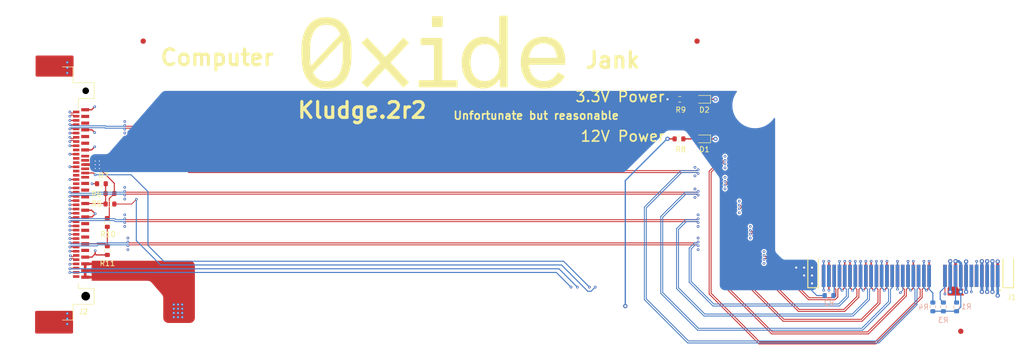
<source format=kicad_pcb>
(kicad_pcb (version 20211014) (generator pcbnew)
  (layers (0 "F.Cu" signal) (1 "In1.Cu" signal) (2 "In2.Cu" signal) (3 "In3.Cu" signal) (4 "In4.Cu" signal) (31 "B.Cu" signal) (34 "B.Paste" user) (35 "F.Paste" user) (36 "B.SilkS" user "B.Silkscreen") (37 "F.SilkS" user "F.Silkscreen") (38 "B.Mask" user) (39 "F.Mask" user) (44 "Edge.Cuts" user))
  (net 0 "")
  (net 1 "+3.3V")
  (net 2 "/PERST_L")
  (net 3 "GND")
  (net 4 "/REFCLK_P")
  (net 5 "/REFCLK_N")
  (net 6 "/PER0_P")
  (net 7 "/PER0_N")
  (net 8 "/PER1_P")
  (net 9 "/PER1_N")
  (net 10 "/PER2_P")
  (net 11 "/PER2_N")
  (net 12 "/PER3_P")
  (net 13 "/PER3_N")
  (net 16 "Net-(J1-PadB09)")
  (net 17 "/PET0_P")
  (net 18 "/PET0_N")
  (net 19 "Net-(J1-PadB11)")
  (net 20 "/PET1_P")
  (net 21 "/PET1_N")
  (net 22 "/PET2_P")
  (net 23 "/PET2_N")
  (net 24 "/PET3_P")
  (net 25 "/PET3_N")
  (net 26 "+12V")
  (net 27 "Net-(J1-PadB12)")
  (net 28 "Net-(J1-PadB17)")
  (net 38 "/SMBCLK")
  (net 40 "/SMBDAT")
  (net 41 "Net-(J1-PadB30)")
  (net 59 "Net-(J2-PadP4)")
  (net 60 "Net-(D1-Pad2)")
  (net 61 "Net-(D2-Pad2)")
  (net 62 "Net-(J2-PadP10)")
  (footprint "Resistor_SMD:R_0603_1608Metric" (layer "F.Cu") (at 107.075 202.029 180)
    (fp_text reference "R7")
    (fp_text value "DNI" hide)
  )
  (footprint "LOGO" (layer "F.Cu") (at 170 177.1)
    (fp_text reference "G***" hide)
    (fp_text value "LOGO" hide)
  )
  (footprint "Fiducial:Fiducial_1mm_Mask3mm" (layer "F.Cu") (at 115 175)
    (fp_text reference "REF**" hide)
    (fp_text value "Fiducial_1mm_Mask3mm" hide)
  )
  (footprint "Resistor_SMD:R_0603_1608Metric" (layer "F.Cu") (at 108.7 203.879 180)
    (fp_text reference "R6")
    (fp_text value "DNI" hide)
  )
  (footprint "LED_SMD:LED_0603_1608Metric" (layer "F.Cu") (at 221.0875 193.529 180)
    (fp_text reference "D1")
    (fp_text value "LED" hide)
  )
  (footprint "MountingHole:MountingHole_3.2mm_M3" (layer "F.Cu") (at 276 228)
    (fp_text reference "REF**" hide)
    (fp_text value "MountingHole_3.2mm_M3" hide)
  )
  (footprint "MountingHole:MountingHole_3.2mm_M3" (layer "F.Cu") (at 114 225)
    (fp_text reference "REF**" hide)
    (fp_text value "MountingHole_3.2mm_M3" hide)
  )
  (footprint "LED_SMD:LED_0603_1608Metric" (layer "F.Cu") (at 221.0875 186.029 180)
    (fp_text reference "D2")
    (fp_text value "LED" hide)
  )
  (footprint "Resistor_SMD:R_0603_1608Metric" (layer "F.Cu") (at 216.575 193.529)
    (fp_text reference "R8")
    (fp_text value "5k" hide)
  )
  (footprint "U2:SAMTEC_PCIE-064-02-X-D-EMS2-BG" (layer "F.Cu") (at 260.5 216 180)
    (fp_text reference "J1")
    (fp_text value "PCIE_x4_PCIE-064-02-S-D-RA")
    (fp_line (start -4.2 0) (end 19.51 0) (layer "Edge.Cuts") (width 0.01))
    (fp_line (start -5.8 0) (end -5.8 -5) (layer "Edge.Cuts") (width 0.01))
    (fp_line (start -5.8 0) (end -19.5 0) (layer "Edge.Cuts") (width 0.01))
    (fp_line (start -4.2 -5) (end -4.2 0) (layer "Edge.Cuts") (width 0.01))
    (fp_arc (start -5 -5.8) (mid -4.434315 -5.565685) (end -4.2 -5) (layer "Edge.Cuts") (width 0.01))
    (fp_arc (start -5.8 -5) (mid -5.565685 -5.565685) (end -5 -5.8) (layer "Edge.Cuts") (width 0.01))
  )
  (footprint "Resistor_SMD:R_0603_1608Metric" (layer "F.Cu") (at 216.7125 186.029)
    (fp_text reference "R9")
    (fp_text value "1.4k" hide)
  )
  (footprint "Fiducial:Fiducial_1mm_Mask3mm" (layer "F.Cu") (at 270 230)
    (fp_text reference "REF**" hide)
    (fp_text value "Fiducial_1mm_Mask3mm" hide)
  )
  (footprint "Resistor_SMD:R_0603_1608Metric" (layer "F.Cu") (at 108.2 209.379 -90)
    (fp_text reference "R10")
    (fp_text value "DNI" hide)
  )
  (footprint "MountingHole:MountingHole_3.2mm_M3" (layer "F.Cu") (at 104 173.2)
    (fp_text reference "REF**" hide)
    (fp_text value "MountingHole_3.2mm_M3" hide)
  )
  (footprint "MountingHole:MountingHole_3.2mm_M3" (layer "F.Cu") (at 231 173.2)
    (fp_text reference "REF**" hide)
    (fp_text value "MountingHole_3.2mm_M3" hide)
  )
  (footprint "Resistor_SMD:R_0603_1608Metric" (layer "F.Cu") (at 108.2 214.704 -90)
    (fp_text reference "R11")
    (fp_text value "DNI")
  )
  (footprint "Fiducial:Fiducial_1mm_Mask3mm" (layer "F.Cu") (at 220 175)
    (fp_text reference "REF**" hide)
    (fp_text value "Fiducial_1mm_Mask3mm" hide)
  )
  (footprint "MountingHole:MountingHole_3.2mm_M3" (layer "F.Cu") (at 231 187.2)
    (fp_text reference "REF**" hide)
    (fp_text value "MountingHole_3.2mm_M3" hide)
  )
  (footprint "Resistor_SMD:R_0603_1608Metric" (layer "F.Cu") (at 108.7 205.879 180)
    (fp_text reference "R5")
    (fp_text value "0R" hide)
  )
  (footprint "U2:PSAS4M2130021TR" (layer "F.Cu") (at 101.7 203.879 90)
    (fp_text reference "J2")
    (fp_text value "PSAS4M2130021TR")
  )
  (footprint "Resistor_SMD:R_0603_1608Metric" (layer "B.Cu") (at 266.7 225.379 90)
    (fp_text reference "R3")
    (fp_text value "DNI")
  )
  (footprint "Resistor_SMD:R_0603_1608Metric" (layer "B.Cu") (at 269.2 225.379 90)
    (fp_text reference "R1")
    (fp_text value "DNI")
  )
  (footprint "Resistor_SMD:R_0603_1608Metric" (layer "B.Cu") (at 245.025 223.229)
    (fp_text reference "R2")
    (fp_text value "DNI")
  )
  (footprint "Resistor_SMD:R_0603_1608Metric" (layer "B.Cu") (at 264.7 225.379 90)
    (fp_text reference "R4")
    (fp_text value "DNI")
  )
  (gr_line locked (start 101.3 186.479) (end 101.3 182.529) (layer "Edge.Cuts") (width 0.001))
  (gr_line locked (start 100.9 182.129) (end 94.4 182.129) (layer "Edge.Cuts") (width 0.001))
  (gr_arc locked (start 101.3 225.229) (mid 101.182837 225.511837) (end 100.9 225.629) (layer "Edge.Cuts") (width 0.001))
  (gr_line locked (start 100.7 186.879) (end 100.9 186.879) (layer "Edge.Cuts") (width 0.001))
  (gr_line locked (start 280 216) (end 281.6 216) (layer "Edge.Cuts") (width 0.001))
  (gr_line locked (start 98.4 167.2) (end 236.6 167.2) (layer "Edge.Cuts") (width 0.001))
  (gr_arc locked (start 94 226.029) (mid 94.117151 225.746151) (end 94.4 225.629) (layer "Edge.Cuts") (width 0.001))
  (gr_line locked (start 214 233.6) (end 214 233) (layer "Edge.Cuts") (width 0.001))
  (gr_arc locked (start 94.4 182.129) (mid 94.117154 182.011846) (end 94 181.729) (layer "Edge.Cuts") (width 0.001))
  (gr_arc locked (start 100.9 220.879) (mid 101.182839 220.996161) (end 101.3 221.279) (layer "Edge.Cuts") (width 0.001))
  (gr_arc locked (start 236.6 167.2) (mid 236.882839 167.317161) (end 237 167.6) (layer "Edge.Cuts") (width 0.001))
  (gr_arc locked (start 100.7 220.879) (mid 100.417154 220.761846) (end 100.3 220.479) (layer "Edge.Cuts") (width 0.001))
  (gr_line locked (start 281.6 234) (end 214.4 234) (layer "Edge.Cuts") (width 0.001))
  (gr_arc locked (start 101.3 186.479) (mid 101.182837 186.761837) (end 100.9 186.879) (layer "Edge.Cuts") (width 0.001))
  (gr_line locked (start 100.9 220.879) (end 100.7 220.879) (layer "Edge.Cuts") (width 0.001))
  (gr_line locked (start 98 167.6) (end 98 176.729) (layer "Edge.Cuts") (width 0.001))
  (gr_arc locked (start 100.9 182.129) (mid 101.182839 182.246161) (end 101.3 182.529) (layer "Edge.Cuts") (width 0.001))
  (gr_arc locked (start 94 177.529) (mid 94.117151 177.246151) (end 94.4 177.129) (layer "Edge.Cuts") (width 0.001))
  (gr_line locked (start 212 231) (end 94.4 231) (layer "Edge.Cuts") (width 0.001))
  (gr_arc locked (start 282 233.6) (mid 281.882837 233.882837) (end 281.6 234) (layer "Edge.Cuts") (width 0.001))
  (gr_arc locked (start 94.4 231) (mid 94.117154 230.882846) (end 94 230.6) (layer "Edge.Cuts") (width 0.001))
  (gr_line locked (start 97.6 177.129) (end 94.4 177.129) (layer "Edge.Cuts") (width 0.001))
  (gr_arc locked (start 212 231) (mid 213.41421 231.58579) (end 214 233) (layer "Edge.Cuts") (width 0.001))
  (gr_line locked (start 94 181.729) (end 94 177.529) (layer "Edge.Cuts") (width 0.001))
  (gr_arc locked (start 214.4 234) (mid 214.117154 233.882846) (end 214 233.6) (layer "Edge.Cuts") (width 0.001))
  (gr_arc locked (start 98 167.6) (mid 98.117151 167.317151) (end 98.4 167.2) (layer "Edge.Cuts") (width 0.001))
  (gr_line locked (start 237 167.6) (end 237 213) (layer "Edge.Cuts") (width 0.001))
  (gr_arc locked (start 240 216) (mid 237.878676 215.121324) (end 237 213) (layer "Edge.Cuts") (width 0.001))
  (gr_line locked (start 282 216.4) (end 282 233.6) (layer "Edge.Cuts") (width 0.001))
  (gr_arc locked (start 98 176.729) (mid 97.882837 177.011837) (end 97.6 177.129) (layer "Edge.Cuts") (width 0.001))
  (gr_arc locked (start 281.6 216) (mid 281.882839 216.117161) (end 282 216.4) (layer "Edge.Cuts") (width 0.001))
  (gr_line locked (start 101.3 225.229) (end 101.3 221.279) (layer "Edge.Cuts") (width 0.001))
  (gr_arc locked (start 100.3 187.279) (mid 100.417151 186.996151) (end 100.7 186.879) (layer "Edge.Cuts") (width 0.001))
  (gr_line locked (start 94 230.6) (end 94 226.029) (layer "Edge.Cuts") (width 0.001))
  (gr_line locked (start 94.4 225.629) (end 100.9 225.629) (layer "Edge.Cuts") (width 0.001))
  (gr_line locked (start 100.3 220.479) (end 100.3 187.279) (layer "Edge.Cuts") (width 0.001))
  (gr_line locked (start 240.99 216) (end 240 216) (layer "Edge.Cuts") (width 0.001))
  (gr_text "Unfortunate but reasonable" (at 189.5 189.1) (layer "F.SilkS") (effects (font (size 1.5 1.5) (thickness 0.3))))
  (gr_text "Jank" (at 204 178.6) (layer "F.SilkS") (effects (font (size 3 3) (thickness 0.6))))
  (gr_text "3.3V Power" (at 205.4 185.529) (layer "F.SilkS") (effects (font (size 2 2) (thickness 0.3))))
  (gr_text "Computer" (at 129 178.1) (layer "F.SilkS") (effects (font (size 3 3) (thickness 0.6))))
  (gr_text "Kludge.2r2" (at 156.5 188.1) (layer "F.SilkS") (effects (font (size 3 3) (thickness 0.6))))
  (gr_text "12V Power" (at 205.9 193.029) (layer "F.SilkS") (effects (font (size 2 2) (thickness 0.3))))
  (segment (start 215.8875 186.029) (end 214.4 186.029) (width 0.24) (layer "F.Cu") (net 1))
  (segment (start 268 219.479) (end 268 216.729) (width 0.5) (layer "F.Cu") (net 1))
  (segment (start 108.575 208.179) (end 108.2 208.554) (width 0.2) (layer "F.Cu") (net 1))
  (segment (start 109.525 201.954) (end 109.525 203.879) (width 0.2) (layer "F.Cu") (net 1))
  (segment (start 106.7 199.129) (end 109.525 201.954) (width 0.2) (layer "F.Cu") (net 1))
  (segment (start 269 216.729) (end 269 219.479) (width 0.5) (layer "F.Cu") (net 1))
  (segment (start 108.575 204.829) (end 108.575 208.179) (width 0.2) (layer "F.Cu") (net 1))
  (segment (start 109.525 203.879) (end 108.575 204.829) (width 0.2) (layer "F.Cu") (net 1))
  (via (at 240.3 219.429) (size 0.8) (drill 0.4) (layers "F.Cu" "B.Cu") (net 1))
  (via (at 268 222.529) (size 0.8) (drill 0.4) (layers "F.Cu" "B.Cu") (net 1))
  (via (at 238.8 217.929) (size 0.8) (drill 0.4) (layers "F.Cu" "B.Cu") (net 1))
  (via (at 268 216.729) (size 0.8) (drill 0.4) (layers "F.Cu" "B.Cu") (net 1))
  (via (at 240.3 217.929) (size 0.8) (drill 0.4) (layers "F.Cu" "B.Cu") (net 1))
  (via (at 106.7 198.429) (size 0.5) (drill 0.2) (layers "F.Cu" "B.Cu") (net 1))
  (via (at 241.8 219.429) (size 0.8) (drill 0.4) (layers "F.Cu" "B.Cu") (net 1))
  (via (at 269 216.729) (size 0.8) (drill 0.4) (layers "F.Cu" "B.Cu") (net 1))
  (via (at 106.7 199.129) (size 0.5) (drill 0.2) (layers "F.Cu" "B.Cu") (net 1))
  (via (at 106.7 197.729) (size 0.5) (drill 0.2) (layers "F.Cu" "B.Cu") (net 1))
  (via (at 241.8 220.929) (size 0.8) (drill 0.4) (layers "F.Cu" "B.Cu") (net 1))
  (via (at 241.8 217.929) (size 0.8) (drill 0.4) (layers "F.Cu" "B.Cu") (net 1))
  (via (at 105.9 199.129) (size 0.5) (drill 0.2) (layers "F.Cu" "B.Cu") (net 1))
  (via (at 105.9 198.429) (size 0.5) (drill 0.2) (layers "F.Cu" "B.Cu") (net 1))
  (via (at 214.4 186.029) (size 0.8) (drill 0.4) (layers "F.Cu" "B.Cu") (net 1))
  (via (at 270 222.529) (size 0.8) (drill 0.4) (layers "F.Cu" "B.Cu") (net 1))
  (via (at 105.9 197.729) (size 0.5) (drill 0.2) (layers "F.Cu" "B.Cu") (net 1))
  (segment (start 244.2 223.229) (end 242.7 223.229) (width 0.2) (layer "B.Cu") (net 1))
  (segment (start 266.7 226.204) (end 269.2 226.204) (width 0.2) (layer "B.Cu") (net 1))
  (segment (start 268 219.479) (end 268 222.529) (width 0.5) (layer "B.Cu") (net 1))
  (segment (start 269.2 226.204) (end 270 225.404) (width 0.2) (layer "B.Cu") (net 1))
  (segment (start 268 216.729) (end 268 219.479) (width 0.5) (layer "B.Cu") (net 1))
  (segment (start 269.6 216.729) (end 269 216.729) (width 0.5) (layer "B.Cu") (net 1))
  (segment (start 241.8 220.929) (end 241.8 222.329) (width 0.2) (layer "B.Cu") (net 1))
  (segment (start 241.8 222.329) (end 242.7 223.229) (width 0.2) (layer "B.Cu") (net 1))
  (segment (start 270 217.129) (end 269.6 216.729) (width 0.5) (layer "B.Cu") (net 1))
  (segment (start 270 219.479) (end 270 222.529) (width 0.5) (layer "B.Cu") (net 1))
  (segment (start 270 219.479) (end 270 217.129) (width 0.5) (layer "B.Cu") (net 1))
  (segment (start 264.7 226.204) (end 266.7 226.204) (width 0.2) (layer "B.Cu") (net 1))
  (segment (start 270 225.404) (end 270 222.529) (width 0.2) (layer "B.Cu") (net 1))
  (segment (start 267 219.479) (end 267 222.929002) (width 0.15) (layer "F.Cu") (net 2))
  (segment (start 105.57 199.999) (end 104 199.999) (width 0.2) (layer "F.Cu") (net 2))
  (segment (start 105.9 200.329) (end 105.57 199.999) (width 0.2) (layer "F.Cu") (net 2))
  (via (at 199.6 221.629) (size 0.5) (drill 0.2) (layers "F.Cu" "B.Cu") (net 2))
  (via (at 105.9 200.329) (size 0.5) (drill 0.2) (layers "F.Cu" "B.Cu") (net 2))
  (via (at 267 222.929002) (size 0.5) (drill 0.2) (layers "F.Cu" "B.Cu") (net 2))
  (segment (start 199.6 221.629) (end 194.7 216.729) (width 0.2) (layer "B.Cu") (net 2))
  (segment (start 194.7 216.729) (end 118.9 216.729) (width 0.2) (layer "B.Cu") (net 2))
  (segment (start 118.9 216.729) (end 115.9 213.729) (width 0.2) (layer "B.Cu") (net 2))
  (segment (start 115.9 203.529) (end 112.7 200.329) (width 0.2) (layer "B.Cu") (net 2))
  (segment (start 112.7 200.329) (end 105.9 200.329) (width 0.2) (layer "B.Cu") (net 2))
  (segment (start 115.9 213.729) (end 115.9 203.529) (width 0.2) (layer "B.Cu") (net 2))
  (segment (start 106.25 202.029) (end 105.3 202.029) (width 0.2) (layer "F.Cu") (net 3))
  (segment (start 261 221.819) (end 260.59 222.229) (width 0.24) (layer "F.Cu") (net 3))
  (segment (start 261 219.479) (end 261 216.729) (width 0.24) (layer "F.Cu") (net 3))
  (segment (start 256 219.479) (end 256 221.729) (width 0.24) (layer "F.Cu") (net 3))
  (segment (start 104 207.054) (end 105.225 207.054) (width 0.24) (layer "F.Cu") (net 3))
  (segment (start 256 219.479) (end 256 216.729) (width 0.24) (layer "F.Cu") (net 3))
  (segment (start 249 219.479) (end 249 221.729) (width 0.24) (layer "F.Cu") (net 3))
  (segment (start 256 221.729) (end 255.5 222.229) (width 0.24) (layer "F.Cu") (net 3))
  (segment (start 105.285 191.814) (end 105.8 192.329) (width 0.24) (layer "F.Cu") (net 3))
  (segment (start 102.3 201.229) (end 101.1 201.229) (width 0.25) (layer "F.Cu") (net 3))
  (segment (start 248 219.479) (end 248 216.729) (width 0.24) (layer "F.Cu") (net 3))
  (segment (start 102.3 198.829) (end 101.1 198.829) (width 0.25) (layer "F.Cu") (net 3))
  (segment (start 102.3 202.829) (end 101.1 202.829) (width 0.25) (layer "F.Cu") (net 3))
  (segment (start 258 219.479) (end 258 222.029) (width 0.24) (layer "F.Cu") (net 3))
  (segment (start 105.205 195.624) (end 105.8 195.029) (width 0.24) (layer "F.Cu") (net 3))
  (segment (start 105.305 208.324) (end 105.9 207.729) (width 0.24) (layer "F.Cu") (net 3))
  (segment (start 264 221.717548) (end 263.485685 222.231863) (width 0.24) (layer "F.Cu") (net 3))
  (segment (start 258 219.479) (end 258 216.729) (width 0.24) (layer "F.Cu") (net 3))
  (segment (start 264 219.479) (end 264 216.729) (width 0.24) (layer "F.Cu") (net 3))
  (segment (start 102.3 194.829) (end 101.1 194.829) (width 0.25) (layer "F.Cu") (net 3))
  (segment (start 101.171 217.229) (end 101.1 217.3) (width 0.124) (layer "F.Cu") (net 3))
  (segment (start 221.875 186.029) (end 223.5 186.029) (width 0.24) (layer "F.Cu") (net 3))
  (segment (start 102.3 205.229) (end 101.1 205.229) (width 0.25) (layer "F.Cu") (net 3))
  (segment (start 252 221.729) (end 251.5 222.229) (width 0.24) (layer "F.Cu") (net 3))
  (segment (start 105.225 188.004) (end 105.8 187.429) (width 0.24) (layer "F.Cu") (net 3))
  (segment (start 104 215.944) (end 105.285 215.944) (width 0.24) (layer "F.Cu") (net 3))
  (segment (start 105.9 215.329) (end 105.9 214.729) (width 0.24) (layer "F.Cu") (net 3))
  (segment (start 105.285 215.944) (end 105.9 215.329) (width 0.24) (layer "F.Cu") (net 3))
  (segment (start 104 208.324) (end 105.305 208.324) (width 0.24) (layer "F.Cu") (net 3))
  (segment (start 108.2 215.529) (end 106.1 215.529) (width 0.24) (layer "F.Cu") (net 3))
  (segment (start 104 191.814) (end 105.285 191.814) (width 0.24) (layer "F.Cu") (net 3))
  (segment (start 249 219.479) (end 249 216.729) (width 0.24) (layer "F.Cu") (net 3))
  (segment (start 245 219.479) (end 245 222.229) (width 0.24) (layer "F.Cu") (net 3))
  (segment (start 277 219.479) (end 277 216.779498) (width 0.5) (layer "F.Cu") (net 3))
  (segment (start 253 219.479) (end 253 221.729) (width 0.24) (layer "F.Cu") (net 3))
  (segment (start 102.3 217.229) (end 101.171 217.229) (width 0.124) (layer "F.Cu") (net 3))
  (segment (start 102.3 212.429) (end 101.1 212.429) (width 0.25) (layer "F.Cu") (net 3))
  (segment (start 104 195.624) (end 105.205 195.624) (width 0.24) (layer "F.Cu") (net 3))
  (segment (start 249 221.729) (end 249.5 222.229) (width 0.24) (layer "F.Cu") (net 3))
  (segment (start 274 219.479) (end 274 216.729) (width 0.5) (layer "F.Cu") (net 3))
  (segment (start 245 219.479) (end 245 216.729) (width 0.24) (layer "F.Cu") (net 3))
  (segment (start 260.59 222.229) (end 260.5 222.229) (width 0.24) (layer "F.Cu") (net 3))
  (segment (start 102.3 214.829) (end 101.1 214.829) (width 0.25) (layer "F.Cu") (net 3))
  (segment (start 248 221.729) (end 247.5 222.229) (width 0.24) (layer "F.Cu") (net 3))
  (segment (start 102.3 190.029) (end 101.1 190.029) (width 0.25) (layer "F.Cu") (net 3))
  (segment (start 221.875 193.529) (end 223.5 193.529) (width 0.24) (layer "F.Cu") (net 3))
  (segment (start 274 219.479) (end 274 222.529) (width 0.5) (layer "F.Cu") (net 3))
  (segment (start 102.3 192.429) (end 101.1 192.429) (width 0.25) (layer "F.Cu") (net 3))
  (segment (start 106.1 215.529) (end 105.9 215.329) (width 0.24) (layer "F.Cu") (net 3))
  (segment (start 253 221.729) (end 253.5 222.229) (width 0.24) (layer "F.Cu") (net 3))
  (segment (start 248 219.479) (end 248 221.729) (width 0.24) (layer "F.Cu") (net 3))
  (segment (start 102.3 196.429) (end 101.1 196.429) (width 0.25) (layer "F.Cu") (net 3))
  (segment (start 105.225 207.054) (end 105.9 207.729) (width 0.24) (layer "F.Cu") (net 3))
  (segment (start 252 219.479) (end 252 221.729) (width 0.24) (layer "F.Cu") (net 3))
  (segment (start 253 219.479) (end 253 216.729) (width 0.24) (layer "F.Cu") (net 3))
  (segment (start 102.3 207.629) (end 101.1 207.629) (width 0.25) (layer "F.Cu") (net 3))
  (segment (start 252 219.479) (end 252 216.729) (width 0.24) (layer "F.Cu") (net 3))
  (segment (start 261 219.479) (end 261 221.819) (width 0.24) (layer "F.Cu") (net 3))
  (segment (start 104 188.004) (end 105.225 188.004) (width 0.24) (layer "F.Cu") (net 3))
  (segment (start 102.3 210.029) (end 101.1 210.029) (width 0.25) (layer "F.Cu") (net 3))
  (segment (start 264 219.479) (end 264 221.717548) (width 0.24) (layer "F.Cu") (net 3))
  (via (at 244 222.229) (size 0.5) (drill 0.2) (layers "F.Cu" "B.Cu") (net 3))
  (via (at 112.1 212.329) (size 0.5) (drill 0.2) (layers "F.Cu" "B.Cu") (net 3))
  (via (at 101.1 192.429) (size 0.5) (drill 0.2) (layers "F.Cu" "B.Cu") (net 3))
  (via (at 220.2 212.329) (size 0.5) (drill 0.2) (layers "F.Cu" "B.Cu") (net 3))
  (via (at 100.6 226.629) (size 0.5) (drill 0.2) (layers "F.Cu" "B.Cu") (net 3))
  (via (at 264 216.729) (size 0.5) (drill 0.2) (layers "F.Cu" "B.Cu") (net 3))
  (via (at 254 216.729) (size 0.5) (drill 0.2) (layers "F.Cu" "B.Cu") (net 3))
  (via (at 258 216.729) (size 0.5) (drill 0.2) (layers "F.Cu" "B.Cu") (net 3))
  (via (at 111.5 210.129) (size 0.5) (drill 0.2) (layers "F.Cu" "B.Cu") (net 3))
  (via (at 101.1 202.829) (size 0.5) (drill 0.2) (layers "F.Cu" "B.Cu") (net 3))
  (via (at 101.1 207.629) (size 0.5) (drill 0.2) (layers "F.Cu" "B.Cu") (net 3))
  (via (at 263 216.729) (size 0.5) (drill 0.2) (layers "F.Cu" "B.Cu") (net 3))
  (via (at 105.9 214.729) (size 0.5) (drill 0.2) (layers "F.Cu" "B.Cu") (net 3))
  (via (at 250 216.729) (size 0.5) (drill 0.2) (layers "F.Cu" "B.Cu") (net 3))
  (via (at 249.5 222.229) (size 0.5) (drill 0.2) (layers "F.Cu" "B.Cu") (net 3))
  (via (at 225.3 200.829) (size 0.5) (drill 0.2) (layers "F.Cu" "B.Cu") (net 3))
  (via (at 100.6 181.029) (size 0.5) (drill 0.2) (layers "F.Cu" "B.Cu") (net 3))
  (via (at 258 222.029) (size 0.5) (drill 0.2) (layers "F.Cu" "B.Cu") (net 3))
  (via (at 261 216.729) (size 0.5) (drill 0.2) (layers "F.Cu" "B.Cu") (net 3))
  (via (at 228 205.329) (size 0.5) (drill 0.2) (layers "F.Cu" "B.Cu") (net 3))
  (via (at 251.5 222.229) (size 0.5) (drill 0.2) (layers "F.Cu" "B.Cu") (net 3))
  (via (at 101.1 196.429) (size 0.5) (drill 0.2) (layers "F.Cu" "B.Cu") (net 3))
  (via (at 271 222.529) (size 0.8) (drill 0.4) (layers "F.Cu" "B.Cu") (net 3))
  (via (at 111.5 204.929) (size 0.5) (drill 0.2) (layers "F.Cu" "B.Cu") (net 3))
  (via (at 105.9 207.729) (size 0.5) (drill 0.2) (layers "F.Cu" "B.Cu") (net 3))
  (via (at 251 216.729) (size 0.5) (drill 0.2) (layers "F.Cu" "B.Cu") (net 3))
  (via (at 111.5 207.929) (size 0.5) (drill 0.2) (layers "F.Cu" "B.Cu") (net 3))
  (via (at 232.69979 214.916174) (size 0.5) (drill 0.2) (layers "F.Cu" "B.Cu") (net 3))
  (via (at 101.1 217.3) (size 0.5) (drill 0.2) (layers "F.Cu" "B.Cu") (net 3))
  (via (at 255 216.729) (size 0.5) (drill 0.2) (layers "F.Cu" "B.Cu") (net 3))
  (via (at 101.1 212.429) (size 0.5) (drill 0.2) (layers "F.Cu" "B.Cu") (net 3))
  (via (at 101.1 190.029) (size 0.5) (drill 0.2) (layers "F.Cu" "B.Cu") (net 3))
  (via (at 256 216.729) (size 0.5) (drill 0.2) (layers "F.Cu" "B.Cu") (net 3))
  (via (at 232.7 217.129) (size 0.5) (drill 0.2) (layers "F.Cu" "B.Cu") (net 3))
  (via (at 105.8 195.029) (size 0.5) (drill 0.2) (layers "F.Cu" "B.Cu") (net 3))
  (via (at 255.5 222.229) (size 0.5) (drill 0.2) (layers "F.Cu" "B.Cu") (net 3))
  (via (at 260.5 222.229) (size 0.5) (drill 0.2) (layers "F.Cu" "B.Cu") (net 3))
  (via (at 101.1 198.829) (size 0.5) (drill 0.2) (layers "F.Cu" "B.Cu") (net 3))
  (via (at 112.1 214.529) (size 0.5) (drill 0.2) (layers "F.Cu" "B.Cu") (net 3))
  (via (at 101.1 194.829) (size 0.5) (drill 0.2) (layers "F.Cu" "B.Cu") (net 3))
  (via (at 260 216.729) (size 0.5) (drill 0.2) (layers "F.Cu" "B.Cu") (net 3))
  (via (at 219.6 198.929) (size 0.5) (drill 0.2) (layers "F.Cu" "B.Cu") (net 3))
  (via (at 111.5 192.429) (size 0.5) (drill 0.2) (layers "F.Cu" "B.Cu") (net 3))
  (via (at 230.1 210.129) (size 0.5) (drill 0.2) (layers "F.Cu" "B.Cu") (net 3))
  (via (at 220.2 210.129) (size 0.5) (drill 0.2) (layers "F.Cu" "B.Cu") (net 3))
  (via (at 100.6 227.629) (size 0.5) (drill 0.2) (layers "F.Cu" "B.Cu") (net 3))
  (via (at 230.1 212.329) (size 0.5) (drill 0.2) (layers "F.Cu" "B.Cu") (net 3))
  (via (at 220.2 207.929) (size 0.5) (drill 0.2) (layers "F.Cu" "B.Cu") (net 3))
  (via (at 247 216.729) (size 0.5) (drill 0.2) (layers "F.Cu" "B.Cu") (net 3))
  (via (at 263.485685 222.231863) (size 0.5) (drill 0.2) (layers "F.Cu" "B.Cu") (net 3))
  (via (at 219.6 203.029) (size 0.5) (drill 0.2) (layers "F.Cu" "B.Cu") (net 3))
  (via (at 100.6 179.029) (size 0.5) (drill 0.2) (layers "F.Cu" "B.Cu") (net 3))
  (via (at 253 216.729) (size 0.5) (drill 0.2) (layers "F.Cu" "B.Cu") (net 3))
  (via (at 274 216.729) (size 0.8) (drill 0.4) (layers "F.Cu" "B.Cu") (net 3))
  (via (at 100.6 228.629) (size 0.5) (drill 0.2) (layers "F.Cu" "B.Cu") (net 3))
  (via (at 105.8 187.429) (size 0.5) (drill 0.2) (layers "F.Cu" "B.Cu") (net 3))
  (via (at 219.6 204.629) (size 0.5) (drill 0.2) (layers "F.Cu" "B.Cu") (net 3))
  (via (at 223.5 193.529) (size 0.8) (drill 0.4) (layers "F.Cu" "B.Cu") (net 3))
  (via (at 244 216.729) (size 0.5) (drill 0.2) (layers "F.Cu" "B.Cu") (net 3))
  (via (at 223.5 186.029) (size 0.8) (drill 0.4) (layers "F.Cu" "B.Cu") (net 3))
  (via (at 101.1 214.829) (size 0.5) (drill 0.2) (layers "F.Cu" "B.Cu") (net 3))
  (via (at 111.5 202.729) (size 0.5) (drill 0.2) (layers "F.Cu" "B.Cu") (net 3))
  (via (at 100.6 180.029) (size 0.5) (drill 0.2) (layers "F.Cu" "B.Cu") (net 3))
  (via (at 247.5 222.229) (size 0.5) (drill 0.2) (layers "F.Cu" "B.Cu") (net 3))
  (via (at 248 216.729) (size 0.5) (drill 0.2) (layers "F.Cu" "B.Cu") (net 3))
  (via (at 105.3 202.029) (size 0.5) (drill 0.2) (layers "F.Cu" "B.Cu") (net 3))
  (via (at 228.003889 207.544556) (size 0.5) (drill 0.2) (layers "F.Cu" "B.Cu") (net 3))
  (via (at 274 222.529) (size 0.8) (drill 0.4) (layers "F.Cu" "B.Cu") (net 3))
  (via (at 249 216.729) (size 0.5) (drill 0.2) (layers "F.Cu" "B.Cu") (net 3))
  (via (at 225.3 196.829) (size 0.5) (drill 0.2) (layers "F.Cu" "B.Cu") (net 3))
  (via (at 245 216.729) (size 0.5) (drill 0.2) (layers "F.Cu" "B.Cu") (net 3))
  (via (at 105.8 192.329) (size 0.5) (drill 0.2) (layers "F.Cu" "B.Cu") (net 3))
  (via (at 245 222.229) (size 0.5) (drill 0.2) (layers "F.Cu" "B.Cu") (net 3))
  (via (at 219.6 200.529) (size 0.5) (drill 0.2) (layers "F.Cu" "B.Cu") (net 3))
  (via (at 271 216.779498) (size 0.8) (drill 0.4) (layers "F.Cu" "B.Cu") (net 3))
  (via (at 225.3 199.029) (size 0.5) (drill 0.2) (layers "F.Cu" "B.Cu") (net 3))
  (via (at 101.1 210.029) (size 0.5) (drill 0.2) (layers "F.Cu" "B.Cu") (net 3))
  (via (at 252 216.729) (size 0.5) (drill 0.2) (layers "F.Cu" "B.Cu") (net 3))
  (via (at 220.2 214.529) (size 0.5) (drill 0.2) (layers "F.Cu" "B.Cu") (net 3))
  (via (at 225.3 203) (size 0.5) (drill 0.2) (layers "F.Cu" "B.Cu") (net 3))
  (via (at 277 216.779498) (size 0.8) (drill 0.4) (layers "F.Cu" "B.Cu") (net 3))
  (via (at 253.5 222.229) (size 0.5) (drill 0.2) (layers "F.Cu" "B.Cu") (net 3))
  (via (at 101.1 201.229) (size 0.5) (drill 0.2) (layers "F.Cu" "B.Cu") (net 3))
  (via (at 101.1 205.229) (size 0.5) (drill 0.2) (layers "F.Cu" "B.Cu") (net 3))
  (via (at 111.5 190.229) (size 0.5) (drill 0.2) (layers "F.Cu" "B.Cu") (net 3))
  (segment (start 271 219.479) (end 271 222.529) (width 0.5) (layer "B.Cu") (net 3))
  (segment (start 244 219.479) (end 244 222.229) (width 0.24) (layer "B.Cu") (net 3))
  (segment (start 260 221.729) (end 260.5 222.229) (width 0.24) (layer "B.Cu") (net 3))
  (segment (start 254 219.479) (end 254 216.729) (width 0.24) (layer "B.Cu") (net 3))
  (segment (start 255.5 222.224) (end 255.5 222.229) (width 0.24) (layer "B.Cu") (net 3))
  (segment (start 263 219.479) (end 263 221.746178) (width 0.24) (layer "B.Cu") (net 3))
  (segment (start 260 219.479) (end 260 221.729) (width 0.24) (layer "B.Cu") (net 3))
  (segment (start 250 219.479) (end 250 216.729) (width 0.24) (layer "B.Cu") (net 3))
  (segment (start 247 219.479) (end 247 216.729) (width 0.24) (layer "B.Cu") (net 3))
  (segment (start 251 219.479) (end 251 221.729) (width 0.24) (layer "B.Cu") (net 3))
  (segment (start 263 219.479) (end 263 216.729) (width 0.24) (layer "B.Cu") (net 3))
  (segment (start 247 221.729) (end 247.5 222.229) (width 0.24) (layer "B.Cu") (net 3))
  (segment (start 258 219.479) (end 258 216.729) (width 0.24) (layer "B.Cu") (net 3))
  (segment (start 254 219.479) (end 254 221.729) (width 0.24) (layer "B.Cu") (net 3))
  (segment (start 255 219.479) (end 255 216.729) (width 0.24) (layer "B.Cu") (net 3))
  (segment (start 263 221.746178) (end 263.485685 222.231863) (width 0.24) (layer "B.Cu") (net 3))
  (segment (start 251 221.729) (end 251.5 222.229) (width 0.24) (layer "B.Cu") (net 3))
  (segment (start 271 219.479) (end 271 216.779498) (width 0.5) (layer "B.Cu") (net 3))
  (segment (start 254 221.729) (end 253.5 222.229) (width 0.24) (layer "B.Cu") (net 3))
  (segment (start 255 219.479) (end 255 221.724) (width 0.24) (layer "B.Cu") (net 3))
  (segment (start 250 219.479) (end 250 221.729) (width 0.24) (layer "B.Cu") (net 3))
  (segment (start 250 221.729) (end 249.5 222.229) (width 0.24) (layer "B.Cu") (net 3))
  (segment (start 274 219.479) (end 274 222.529) (width 0.5) (layer "B.Cu") (net 3))
  (segment (start 274 219.479) (end 274 216.729) (width 0.5) (layer "B.Cu") (net 3))
  (segment (start 260 219.479) (end 260 216.729) (width 0.24) (layer "B.Cu") (net 3))
  (segment (start 255 221.724) (end 255.5 222.224) (width 0.24) (layer "B.Cu") (net 3))
  (segment (start 247 219.479) (end 247 221.729) (width 0.24) (layer "B.Cu") (net 3))
  (segment (start 258 219.479) (end 258 222.029) (width 0.24) (layer "B.Cu") (net 3))
  (segment (start 251 219.479) (end 251 216.729) (width 0.24) (layer "B.Cu") (net 3))
  (segment (start 244 219.479) (end 244 216.729) (width 0.24) (layer "B.Cu") (net 3))
  (segment (start 262.681522 223.610522) (end 253.891543 232.400501) (width 0.172) (layer "F.Cu") (net 4))
  (segment (start 231.746119 232.400501) (end 222.3 222.954382) (width 0.172) (layer "F.Cu") (net 4))
  (segment (start 101.314 188.643) (end 101.1 188.429) (width 0.172) (layer "F.Cu") (net 4))
  (segment (start 224.223662 197.743) (end 225.136 197.743) (width 0.172) (layer "F.Cu") (net 4))
  (segment (start 102.3 188.429) (end 101.95 188.429) (width 0.172) (layer "F.Cu") (net 4))
  (segment (start 262.681522 222.047478) (end 262.681522 223.610522) (width 0.172) (layer "F.Cu") (net 4))
  (segment (start 263 219.479) (end 263 221.729) (width 0.172) (layer "F.Cu") (net 4))
  (segment (start 101.736 188.643) (end 101.314 188.643) (width 0.172) (layer "F.Cu") (net 4))
  (segment (start 101.95 188.429) (end 101.736 188.643) (width 0.172) (layer "F.Cu") (net 4))
  (segment (start 263 221.729) (end 262.681522 222.047478) (width 0.172) (layer "F.Cu") (net 4))
  (segment (start 222.3 199.666662) (end 224.223662 197.743) (width 0.172) (layer "F.Cu") (net 4))
  (segment (start 225.136 197.743) (end 225.3 197.579) (width 0.172) (layer "F.Cu") (net 4))
  (segment (start 222.3 222.954382) (end 222.3 199.666662) (width 0.172) (layer "F.Cu") (net 4))
  (segment (start 253.891543 232.400501) (end 231.746119 232.400501) (width 0.172) (layer "F.Cu") (net 4))
  (via (at 225.3 197.579) (size 0.5) (drill 0.2) (layers "F.Cu" "B.Cu") (net 4))
  (via (at 101.1 188.429) (size 0.5) (drill 0.2) (layers "F.Cu" "B.Cu") (net 4))
  (segment (start 225.3 198.279) (end 225.136 198.115) (width 0.172) (layer "F.Cu") (net 5))
  (segment (start 222.671501 222.800501) (end 231.9 232.029) (width 0.172) (layer "F.Cu") (net 5))
  (segment (start 231.9 232.029) (end 253.736956 232.029) (width 0.172) (layer "F.Cu") (net 5))
  (segment (start 222.671501 199.820543) (end 222.671501 222.800501) (width 0.172) (layer "F.Cu") (net 5))
  (segment (start 225.136 198.115) (end 224.377044 198.115) (width 0.172) (layer "F.Cu") (net 5))
  (segment (start 262.310021 222.061021) (end 262 221.751) (width 0.172) (layer "F.Cu") (net 5))
  (segment (start 262 221.751) (end 262 219.479) (width 0.172) (layer "F.Cu") (net 5))
  (segment (start 262.310021 223.455935) (end 262.310021 222.061021) (width 0.172) (layer "F.Cu") (net 5))
  (segment (start 102.3 189.229) (end 101.95 189.229) (width 0.172) (layer "F.Cu") (net 5))
  (segment (start 101.314 189.015) (end 101.1 189.229) (width 0.172) (layer "F.Cu") (net 5))
  (segment (start 253.736956 232.029) (end 262.310021 223.455935) (width 0.172) (layer "F.Cu") (net 5))
  (segment (start 101.736 189.015) (end 101.314 189.015) (width 0.172) (layer "F.Cu") (net 5))
  (segment (start 101.95 189.229) (end 101.736 189.015) (width 0.172) (layer "F.Cu") (net 5))
  (segment (start 224.377044 198.115) (end 222.671501 199.820543) (width 0.172) (layer "F.Cu") (net 5))
  (via (at 101.1 189.229) (size 0.5) (drill 0.2) (layers "F.Cu" "B.Cu") (net 5))
  (via (at 225.3 198.279) (size 0.5) (drill 0.2) (layers "F.Cu" "B.Cu") (net 5))
  (segment (start 226.528499 203.521501) (end 226.528499 202.553881) (width 0.172) (layer "F.Cu") (net 6))
  (segment (start 225.25 204.8) (end 226.528499 203.521501) (width 0.172) (layer "F.Cu") (net 6))
  (segment (start 225.464 202.115) (end 225.3 202.279) (width 0.172) (layer "F.Cu") (net 6))
  (segment (start 259.68 222.071) (end 259.68 223.312044) (width 0.172) (layer "F.Cu") (net 6))
  (segment (start 226.528499 202.553881) (end 226.089618 202.115) (width 0.172) (layer "F.Cu") (net 6))
  (segment (start 101.314 193.815) (end 101.1 194.029) (width 0.172) (layer "F.Cu") (net 6))
  (segment (start 252.491543 230.500501) (end 234.146119 230.500501) (width 0.172) (layer "F.Cu") (net 6))
  (segment (start 260 221.751) (end 259.68 222.071) (width 0.172) (layer "F.Cu") (net 6))
  (segment (start 225.25 221.604382) (end 225.25 204.8) (width 0.172) (layer "F.Cu") (net 6))
  (segment (start 226.089618 202.115) (end 225.464 202.115) (width 0.172) (layer "F.Cu") (net 6))
  (segment (start 102.3 194.029) (end 101.95 194.029) (width 0.172) (layer "F.Cu") (net 6))
  (segment (start 259.68 223.312044) (end 252.491543 230.500501) (width 0.172) (layer "F.Cu") (net 6))
  (segment (start 101.736 193.815) (end 101.314 193.815) (width 0.172) (layer "F.Cu") (net 6))
  (segment (start 234.146119 230.500501) (end 225.25 221.604382) (width 0.172) (layer "F.Cu") (net 6))
  (segment (start 260 219.479) (end 260 221.751) (width 0.172) (layer "F.Cu") (net 6))
  (segment (start 101.95 194.029) (end 101.736 193.815) (width 0.172) (layer "F.Cu") (net 6))
  (via (at 101.1 194.029) (size 0.5) (drill 0.2) (layers "F.Cu" "B.Cu") (net 6))
  (via (at 225.3 202.279) (size 0.5) (drill 0.2) (layers "F.Cu" "B.Cu") (net 6))
  (segment (start 259.308499 222.059499) (end 259.308499 223.157457) (width 0.172) (layer "F.Cu") (net 7))
  (segment (start 259 221.751) (end 259.308499 222.059499) (width 0.172) (layer "F.Cu") (net 7))
  (segment (start 225.621501 221.450501) (end 225.621501 204.953881) (width 0.172) (layer "F.Cu") (net 7))
  (segment (start 259 219.479) (end 259 221.751) (width 0.172) (layer "F.Cu") (net 7))
  (segment (start 252.336956 230.129) (end 234.3 230.129) (width 0.172) (layer "F.Cu") (net 7))
  (segment (start 259.308499 223.157457) (end 252.336956 230.129) (width 0.172) (layer "F.Cu") (net 7))
  (segment (start 102.3 193.229) (end 101.95 193.229) (width 0.172) (layer "F.Cu") (net 7))
  (segment (start 101.736 193.443) (end 101.314 193.443) (width 0.172) (layer "F.Cu") (net 7))
  (segment (start 101.314 193.443) (end 101.1 193.229) (width 0.172) (layer "F.Cu") (net 7))
  (segment (start 225.464 201.743) (end 225.3 201.579) (width 0.172) (layer "F.Cu") (net 7))
  (segment (start 226.9 203.675382) (end 226.9 202.4) (width 0.172) (layer "F.Cu") (net 7))
  (segment (start 226.9 202.4) (end 226.243 201.743) (width 0.172) (layer "F.Cu") (net 7))
  (segment (start 234.3 230.129) (end 225.621501 221.450501) (width 0.172) (layer "F.Cu") (net 7))
  (segment (start 226.243 201.743) (end 225.464 201.743) (width 0.172) (layer "F.Cu") (net 7))
  (segment (start 101.95 193.229) (end 101.736 193.443) (width 0.172) (layer "F.Cu") (net 7))
  (segment (start 225.621501 204.953881) (end 226.9 203.675382) (width 0.172) (layer "F.Cu") (net 7))
  (via (at 101.1 193.229) (size 0.5) (drill 0.2) (layers "F.Cu" "B.Cu") (net 7))
  (via (at 225.3 201.579) (size 0.5) (drill 0.2) (layers "F.Cu" "B.Cu") (net 7))
  (segment (start 102.3 206.829) (end 101.1 206.829) (width 0.172) (layer "F.Cu") (net 8))
  (segment (start 251.277044 228.115) (end 236.322956 228.115) (width 0.172) (layer "F.Cu") (net 8))
  (segment (start 236.322956 228.115) (end 228.1 219.892044) (width 0.172) (layer "F.Cu") (net 8))
  (segment (start 228.1 219.892044) (end 228.1 208.703618) (width 0.172) (layer "F.Cu") (net 8))
  (segment (start 229.028499 207.775119) (end 229.028499 207.153881) (width 0.172) (layer "F.Cu") (net 8))
  (segment (start 254.681522 222.047478) (end 254.681522 224.710522) (width 0.172) (layer "F.Cu") (net 8))
  (segment (start 228.489618 206.615) (end 228.164 206.615) (width 0.172) (layer "F.Cu") (net 8))
  (segment (start 228.1 208.703618) (end 229.028499 207.775119) (width 0.172) (layer "F.Cu") (net 8))
  (segment (start 255 219.479) (end 255 221.729) (width 0.172) (layer "F.Cu") (net 8))
  (segment (start 255 221.729) (end 254.681522 222.047478) (width 0.172) (layer "F.Cu") (net 8))
  (segment (start 254.681522 224.710522) (end 251.277044 228.115) (width 0.172) (layer "F.Cu") (net 8))
  (segment (start 229.028499 207.153881) (end 228.489618 206.615) (width 0.172) (layer "F.Cu") (net 8))
  (segment (start 228.164 206.615) (end 228 206.779) (width 0.172) (layer "F.Cu") (net 8))
  (via (at 101.1 206.829) (size 0.5) (drill 0.2) (layers "F.Cu" "B.Cu") (net 8))
  (via (at 228 206.779) (size 0.5) (drill 0.2) (layers "F.Cu" "B.Cu") (net 8))
  (segment (start 228.471501 219.737457) (end 228.471501 208.857499) (width 0.172) (layer "F.Cu") (net 9))
  (segment (start 228.164 206.243) (end 228 206.079) (width 0.172) (layer "F.Cu") (net 9))
  (segment (start 102.3 206.029) (end 101.1 206.029) (width 0.172) (layer "F.Cu") (net 9))
  (segment (start 229.4 207.929) (end 229.4 207) (width 0.172) (layer "F.Cu") (net 9))
  (segment (start 254 219.479) (end 254 221.751) (width 0.172) (layer "F.Cu") (net 9))
  (segment (start 254.310021 222.061021) (end 254.310021 224.555935) (width 0.172) (layer "F.Cu") (net 9))
  (segment (start 254 221.751) (end 254.310021 222.061021) (width 0.172) (layer "F.Cu") (net 9))
  (segment (start 254.310021 224.555935) (end 251.122956 227.743) (width 0.172) (layer "F.Cu") (net 9))
  (segment (start 251.122956 227.743) (end 236.477044 227.743) (width 0.172) (layer "F.Cu") (net 9))
  (segment (start 236.477044 227.743) (end 228.471501 219.737457) (width 0.172) (layer "F.Cu") (net 9))
  (segment (start 229.4 207) (end 228.643 206.243) (width 0.172) (layer "F.Cu") (net 9))
  (segment (start 228.471501 208.857499) (end 229.4 207.929) (width 0.172) (layer "F.Cu") (net 9))
  (segment (start 228.643 206.243) (end 228.164 206.243) (width 0.172) (layer "F.Cu") (net 9))
  (via (at 228 206.079) (size 0.5) (drill 0.2) (layers "F.Cu" "B.Cu") (net 9))
  (via (at 101.1 206.029) (size 0.5) (drill 0.2) (layers "F.Cu" "B.Cu") (net 9))
  (segment (start 230.2 214.2) (end 231.328499 213.071501) (width 0.172) (layer "F.Cu") (net 10))
  (segment (start 231.328499 213.071501) (end 231.328499 212.153881) (width 0.172) (layer "F.Cu") (net 10))
  (segment (start 239.2 226.229) (end 230.2 217.229) (width 0.172) (layer "F.Cu") (net 10))
  (segment (start 251 219.479) (end 251 221.751) (width 0.172) (layer "F.Cu") (net 10))
  (segment (start 250.68 222.071) (end 250.68 223.549) (width 0.172) (layer "F.Cu") (net 10))
  (segment (start 250.68 223.549) (end 248 226.229) (width 0.172) (layer "F.Cu") (net 10))
  (segment (start 251 221.751) (end 250.68 222.071) (width 0.172) (layer "F.Cu") (net 10))
  (segment (start 102.3 211.629) (end 101.1 211.629) (width 0.172) (layer "F.Cu") (net 10))
  (segment (start 230.264 211.415) (end 230.1 211.579) (width 0.172) (layer "F.Cu") (net 10))
  (segment (start 248 226.229) (end 239.2 226.229) (width 0.172) (layer "F.Cu") (net 10))
  (segment (start 230.589618 211.415) (end 230.264 211.415) (width 0.172) (layer "F.Cu") (net 10))
  (segment (start 231.328499 212.153881) (end 230.589618 211.415) (width 0.172) (layer "F.Cu") (net 10))
  (segment (start 230.2 217.229) (end 230.2 214.2) (width 0.172) (layer "F.Cu") (net 10))
  (via (at 101.1 211.629) (size 0.5) (drill 0.2) (layers "F.Cu" "B.Cu") (net 10))
  (via (at 230.1 211.579) (size 0.5) (drill 0.2) (layers "F.Cu" "B.Cu") (net 10))
  (segment (start 250.308499 223.395119) (end 247.846119 225.857499) (width 0.172) (layer "F.Cu") (net 11))
  (segment (start 102.3 210.829) (end 101.1 210.829) (width 0.172) (layer "F.Cu") (net 11))
  (segment (start 230.264 211.043) (end 230.1 210.879) (width 0.172) (layer "F.Cu") (net 11))
  (segment (start 230.743 211.043) (end 230.264 211.043) (width 0.172) (layer "F.Cu") (net 11))
  (segment (start 250 221.751) (end 250.308499 222.059499) (width 0.172) (layer "F.Cu") (net 11))
  (segment (start 247.846119 225.857499) (end 239.353881 225.857499) (width 0.172) (layer "F.Cu") (net 11))
  (segment (start 230.571501 217.075119) (end 230.571501 214.353881) (width 0.172) (layer "F.Cu") (net 11))
  (segment (start 231.7 213.225382) (end 231.7 212) (width 0.172) (layer "F.Cu") (net 11))
  (segment (start 250.308499 222.059499) (end 250.308499 223.395119) (width 0.172) (layer "F.Cu") (net 11))
  (segment (start 250 219.479) (end 250 221.751) (width 0.172) (layer "F.Cu") (net 11))
  (segment (start 239.353881 225.857499) (end 230.571501 217.075119) (width 0.172) (layer "F.Cu") (net 11))
  (segment (start 230.571501 214.353881) (end 231.7 213.225382) (width 0.172) (layer "F.Cu") (net 11))
  (segment (start 231.7 212) (end 230.743 211.043) (width 0.172) (layer "F.Cu") (net 11))
  (via (at 230.1 210.879) (size 0.5) (drill 0.2) (layers "F.Cu" "B.Cu") (net 11))
  (via (at 101.1 210.829) (size 0.5) (drill 0.2) (layers "F.Cu" "B.Cu") (net 11))
  (segment (start 101.362689 216.215) (end 101.198689 216.379) (width 0.172) (layer "F.Cu") (net 12))
  (segment (start 232.864 216.215) (end 233.322956 216.215) (width 0.172) (layer "F.Cu") (net 12))
  (segment (start 241.122956 224.015) (end 246.177044 224.015) (width 0.172) (layer "F.Cu") (net 12))
  (segment (start 233.322956 216.215) (end 241.122956 224.015) (width 0.172) (layer "F.Cu") (net 12))
  (segment (start 246.686 222.043) (end 247 221.729) (width 0.172) (layer "F.Cu") (net 12))
  (segment (start 101.736 216.215) (end 101.362689 216.215) (width 0.172) (layer "F.Cu") (net 12))
  (segment (start 246.686 223.506044) (end 246.686 222.043) (width 0.172) (layer "F.Cu") (net 12))
  (segment (start 247 221.729) (end 247 219.479) (width 0.172) (layer "F.Cu") (net 12))
  (segment (start 102.3 216.429) (end 101.95 216.429) (width 0.172) (layer "F.Cu") (net 12))
  (segment (start 232.7 216.379) (end 232.864 216.215) (width 0.172) (layer "F.Cu") (net 12))
  (segment (start 246.177044 224.015) (end 246.686 223.506044) (width 0.172) (layer "F.Cu") (net 12))
  (segment (start 101.95 216.429) (end 101.736 216.215) (width 0.172) (layer "F.Cu") (net 12))
  (via (at 232.7 216.379) (size 0.5) (drill 0.2) (layers "F.Cu" "B.Cu") (net 12))
  (via (at 101.198689 216.379) (size 0.5) (drill 0.2) (layers "F.Cu" "B.Cu") (net 12))
  (segment (start 102.3 215.629) (end 101.95 215.629) (width 0.172) (layer "F.Cu") (net 13))
  (segment (start 101.95 215.629) (end 101.736 215.843) (width 0.172) (layer "F.Cu") (net 13))
  (segment (start 241.277044 223.643) (end 233.477044 215.843) (width 0.172) (layer "F.Cu") (net 13))
  (segment (start 232.939578 215.843) (end 232.712145 215.615567) (width 0.172) (layer "F.Cu") (net 13))
  (segment (start 246 219.479) (end 246 221.751) (width 0.172) (layer "F.Cu") (net 13))
  (segment (start 246 221.751) (end 246.314 222.065) (width 0.172) (layer "F.Cu") (net 13))
  (segment (start 246.314 222.065) (end 246.314 223.351956) (width 0.172) (layer "F.Cu") (net 13))
  (segment (start 246.022956 223.643) (end 241.277044 223.643) (width 0.172) (layer "F.Cu") (net 13))
  (segment (start 246.314 223.351956) (end 246.022956 223.643) (width 0.172) (layer "F.Cu") (net 13))
  (segment (start 233.477044 215.843) (end 232.939578 215.843) (width 0.172) (layer "F.Cu") (net 13))
  (segment (start 101.362689 215.843) (end 101.198689 215.679) (width 0.172) (layer "F.Cu") (net 13))
  (segment (start 101.736 215.843) (end 101.362689 215.843) (width 0.172) (layer "F.Cu") (net 13))
  (via (at 101.198689 215.679) (size 0.5) (drill 0.2) (layers "F.Cu" "B.Cu") (net 13))
  (via (at 232.712145 215.615567) (size 0.5) (drill 0.2) (layers "F.Cu" "B.Cu") (net 13))
  (segment (start 269 224.354) (end 269.2 224.554) (width 0.2) (layer "B.Cu") (net 16))
  (segment (start 269 219.479) (end 269 224.354) (width 0.2) (layer "B.Cu") (net 16))
  (segment (start 123.777044 199.543) (end 115.377044 191.143) (width 0.172) (layer "F.Cu") (net 17))
  (segment (start 115.377044 191.143) (end 111.664 191.143) (width 0.172) (layer "F.Cu") (net 17))
  (segment (start 220.2 199.379) (end 220.036 199.543) (width 0.172) (layer "F.Cu") (net 17))
  (segment (start 111.664 191.143) (end 111.5 190.979) (width 0.172) (layer "F.Cu") (net 17))
  (segment (start 102.3 190.829) (end 101.1 190.829) (width 0.172) (layer "F.Cu") (net 17))
  (segment (start 220.036 199.543) (end 123.777044 199.543) (width 0.172) (layer "F.Cu") (net 17))
  (via (at 101.1 190.829) (size 0.5) (drill 0.2) (layers "F.Cu" "B.Cu") (net 17))
  (via (at 220.2 199.379) (size 0.5) (drill 0.2) (layers "F.Cu" "B.Cu") (net 17))
  (via (at 111.5 190.979) (size 0.5) (drill 0.2) (layers "F.Cu" "B.Cu") (net 17))
  (segment (start 210.014 224.006044) (end 210.014 206.451956) (width 0.172) (layer "B.Cu") (net 17))
  (segment (start 218.222956 232.215) (end 210.014 224.006044) (width 0.172) (layer "B.Cu") (net 17))
  (segment (start 111.336 191.143) (end 111.5 190.979) (width 0.172) (layer "B.Cu") (net 17))
  (segment (start 262 221.729) (end 261.686 222.043) (width 0.172) (layer "B.Cu") (net 17))
  (segment (start 210.014 206.451956) (end 216.922956 199.543) (width 0.172) (layer "B.Cu") (net 17))
  (segment (start 262 219.479) (end 262 221.729) (width 0.172) (layer "B.Cu") (net 17))
  (segment (start 254.477044 232.215) (end 218.222956 232.215) (width 0.172) (layer "B.Cu") (net 17))
  (segment (start 261.686 225.006044) (end 254.477044 232.215) (width 0.172) (layer "B.Cu") (net 17))
  (segment (start 101.314 191.043) (end 107.877044 191.043) (width 0.172) (layer "B.Cu") (net 17))
  (segment (start 107.977044 191.143) (end 111.336 191.143) (width 0.172) (layer "B.Cu") (net 17))
  (segment (start 261.686 222.043) (end 261.686 225.006044) (width 0.172) (layer "B.Cu") (net 17))
  (segment (start 220.036 199.543) (end 220.2 199.379) (width 0.172) (layer "B.Cu") (net 17))
  (segment (start 101.1 190.829) (end 101.314 191.043) (width 0.172) (layer "B.Cu") (net 17))
  (segment (start 216.922956 199.543) (end 220.036 199.543) (width 0.172) (layer "B.Cu") (net 17))
  (segment (start 107.877044 191.043) (end 107.977044 191.143) (width 0.172) (layer "B.Cu") (net 17))
  (segment (start 220.036 199.915) (end 123.622956 199.915) (width 0.172) (layer "F.Cu") (net 18))
  (segment (start 220.2 200.079) (end 220.036 199.915) (width 0.172) (layer "F.Cu") (net 18))
  (segment (start 102.3 191.629) (end 101.1 191.629) (width 0.172) (layer "F.Cu") (net 18))
  (segment (start 123.622956 199.915) (end 115.222956 191.515) (width 0.172) (layer "F.Cu") (net 18))
  (segment (start 115.222956 191.515) (end 111.664 191.515) (width 0.172) (layer "F.Cu") (net 18))
  (segment (start 111.664 191.515) (end 111.5 191.679) (width 0.172) (layer "F.Cu") (net 18))
  (via (at 111.5 191.679) (size 0.5) (drill 0.2) (layers "F.Cu" "B.Cu") (net 18))
  (via (at 220.2 200.079) (size 0.5) (drill 0.2) (layers "F.Cu" "B.Cu") (net 18))
  (via (at 101.1 191.629) (size 0.5) (drill 0.2) (layers "F.Cu" "B.Cu") (net 18))
  (segment (start 254.322956 231.843) (end 218.377044 231.843) (width 0.172) (layer "B.Cu") (net 18))
  (segment (start 220.036 199.915) (end 220.2 200.079) (width 0.172) (layer "B.Cu") (net 18))
  (segment (start 210.386 206.606044) (end 217.077044 199.915) (width 0.172) (layer "B.Cu") (net 18))
  (segment (start 210.386 223.851956) (end 210.386 206.606044) (width 0.172) (layer "B.Cu") (net 18))
  (segment (start 218.377044 231.843) (end 210.386 223.851956) (width 0.172) (layer "B.Cu") (net 18))
  (segment (start 101.314 191.415) (end 105.177044 191.415) (width 0.172) (layer "B.Cu") (net 18))
  (segment (start 101.1 191.629) (end 101.314 191.415) (width 0.172) (layer "B.Cu") (net 18))
  (segment (start 105.177044 191.415) (end 105.177543 191.414501) (width 0.172) (layer "B.Cu") (net 18))
  (segment (start 107.822956 191.515) (end 111.336 191.515) (width 0.172) (layer "B.Cu") (net 18))
  (segment (start 107.722457 191.414501) (end 107.822956 191.515) (width 0.172) (layer "B.Cu") (net 18))
  (segment (start 261.314 222.043) (end 261.314 224.851956) (width 0.172) (layer "B.Cu") (net 18))
  (segment (start 111.336 191.515) (end 111.5 191.679) (width 0.172) (layer "B.Cu") (net 18))
  (segment (start 261.314 224.851956) (end 254.322956 231.843) (width 0.172) (layer "B.Cu") (net 18))
  (segment (start 105.177543 191.414501) (end 107.722457 191.414501) (width 0.172) (layer "B.Cu") (net 18))
  (segment (start 261 219.479) (end 261 221.729) (width 0.172) (layer "B.Cu") (net 18))
  (segment (start 261 221.729) (end 261.314 222.043) (width 0.172) (layer "B.Cu") (net 18))
  (segment (start 217.077044 199.915) (end 220.036 199.915) (width 0.172) (layer "B.Cu") (net 18))
  (segment (start 266.7 224.554) (end 266.1 223.954) (width 0.2) (layer "B.Cu") (net 19))
  (segment (start 266.1 222.529) (end 267 221.629) (width 0.2) (layer "B.Cu") (net 19))
  (segment (start 266.1 223.954) (end 266.1 222.529) (width 0.2) (layer "B.Cu") (net 19))
  (segment (start 267 221.629) (end 267 219.479) (width 0.2) (layer "B.Cu") (net 19))
  (segment (start 111.5 203.479) (end 111.664 203.643) (width 0.172) (layer "F.Cu") (net 20))
  (segment (start 220.036 203.643) (end 220.2 203.479) (width 0.172) (layer "F.Cu") (net 20))
  (segment (start 102.3 203.629) (end 101.1 203.629) (width 0.172) (layer "F.Cu") (net 20))
  (segment (start 111.664 203.643) (end 220.036 203.643) (width 0.172) (layer "F.Cu") (net 20))
  (via (at 111.5 203.479) (size 0.5) (drill 0.2) (layers "F.Cu" "B.Cu") (net 20))
  (via (at 220.2 203.479) (size 0.5) (drill 0.2) (layers "F.Cu" "B.Cu") (net 20))
  (via (at 101.1 203.629) (size 0.5) (drill 0.2) (layers "F.Cu" "B.Cu") (net 20))
  (segment (start 256.68 222.049) (end 256.68 224.512044) (width 0.172) (layer "B.Cu") (net 20))
  (segment (start 257 221.729) (end 256.68 222.049) (width 0.172) (layer "B.Cu") (net 20))
  (segment (start 220.036 203.643) (end 220.2 203.479) (width 0.172) (layer "B.Cu") (net 20))
  (segment (start 213.114 222.806044) (end 213.114 208.251956) (width 0.172) (layer "B.Cu") (net 20))
  (segment (start 101.314 203.843) (end 105.876 203.843) (width 0.172) (layer "B.Cu") (net 20))
  (segment (start 257 219.479) (end 257 221.729) (width 0.172) (layer "B.Cu") (net 20))
  (segment (start 105.876 203.843) (end 106.076 203.643) (width 0.172) (layer "B.Cu") (net 20))
  (segment (start 220.122956 229.815) (end 213.114 222.806044) (width 0.172) (layer "B.Cu") (net 20))
  (segment (start 217.722956 203.643) (end 220.036 203.643) (width 0.172) (layer "B.Cu") (net 20))
  (segment (start 101.1 203.629) (end 101.314 203.843) (width 0.172) (layer "B.Cu") (net 20))
  (segment (start 256.68 224.512044) (end 251.377044 229.815) (width 0.172) (layer "B.Cu") (net 20))
  (segment (start 106.076 203.643) (end 111.336 203.643) (width 0.172) (layer "B.Cu") (net 20))
  (segment (start 251.377044 229.815) (end 220.122956 229.815) (width 0.172) (layer "B.Cu") (net 20))
  (segment (start 213.114 208.251956) (end 217.722956 203.643) (width 0.172) (layer "B.Cu") (net 20))
  (segment (start 111.336 203.643) (end 111.5 203.479) (width 0.172) (layer "B.Cu") (net 20))
  (segment (start 111.5 204.179) (end 111.664 204.015) (width 0.172) (layer "F.Cu") (net 21))
  (segment (start 220.036 204.015) (end 220.2 204.179) (width 0.172) (layer "F.Cu") (net 21))
  (segment (start 102.3 204.429) (end 101.1 204.429) (width 0.172) (layer "F.Cu") (net 21))
  (segment (start 111.664 204.015) (end 220.036 204.015) (width 0.172) (layer "F.Cu") (net 21))
  (via (at 220.2 204.179) (size 0.5) (drill 0.2) (layers "F.Cu" "B.Cu") (net 21))
  (via (at 101.1 204.429) (size 0.5) (drill 0.2) (layers "F.Cu" "B.Cu") (net 21))
  (via (at 111.5 204.179) (size 0.5) (drill 0.2) (layers "F.Cu" "B.Cu") (net 21))
  (segment (start 217.877044 204.015) (end 220.036 204.015) (width 0.172) (layer "B.Cu") (net 21))
  (segment (start 106.229881 204.014501) (end 110.622457 204.014501) (width 0.172) (layer "B.Cu") (net 21))
  (segment (start 110.622457 204.014501) (end 110.622956 204.015) (width 0.172) (layer "B.Cu") (net 21))
  (segment (start 220.277044 229.443) (end 213.486 222.651956) (width 0.172) (layer "B.Cu") (net 21))
  (segment (start 256.308499 224.357457) (end 251.222956 229.443) (width 0.172) (layer "B.Cu") (net 21))
  (segment (start 101.1 204.429) (end 101.314499 204.214501) (width 0.172) (layer "B.Cu") (net 21))
  (segment (start 256 221.751) (end 256.308499 222.059499) (width 0.172) (layer "B.Cu") (net 21))
  (segment (start 110.622956 204.015) (end 111.336 204.015) (width 0.172) (layer "B.Cu") (net 21))
  (segment (start 213.486 222.651956) (end 213.486 208.406044) (width 0.172) (layer "B.Cu") (net 21))
  (segment (start 213.486 208.406044) (end 217.877044 204.015) (width 0.172) (layer "B.Cu") (net 21))
  (segment (start 251.222956 229.443) (end 220.277044 229.443) (width 0.172) (layer "B.Cu") (net 21))
  (segment (start 111.336 204.015) (end 111.5 204.179) (width 0.172) (layer "B.Cu") (net 21))
  (segment (start 106.029881 204.214501) (end 106.229881 204.014501) (width 0.172) (layer "B.Cu") (net 21))
  (segment (start 256.308499 222.059499) (end 256.308499 224.357457) (width 0.172) (layer "B.Cu") (net 21))
  (segment (start 220.036 204.015) (end 220.2 204.179) (width 0.172) (layer "B.Cu") (net 21))
  (segment (start 101.314499 204.214501) (end 106.029881 204.214501) (width 0.172) (layer "B.Cu") (net 21))
  (segment (start 256 219.479) (end 256 221.751) (width 0.172) (layer "B.Cu") (net 21))
  (segment (start 111.664 208.843) (end 111.5 208.679) (width 0.172) (layer "F.Cu") (net 22))
  (segment (start 220.036 208.843) (end 111.664 208.843) (width 0.172) (layer "F.Cu") (net 22))
  (segment (start 102.3 208.429) (end 101.1 208.429) (width 0.172) (layer "F.Cu") (net 22))
  (segment (start 220.2 208.679) (end 220.036 208.843) (width 0.172) (layer "F.Cu") (net 22))
  (via (at 220.2 208.679) (size 0.5) (drill 0.2) (layers "F.Cu" "B.Cu") (net 22))
  (via (at 111.5 208.679) (size 0.5) (drill 0.2) (layers "F.Cu" "B.Cu") (net 22))
  (via (at 101.1 208.429) (size 0.5) (drill 0.2) (layers "F.Cu" "B.Cu") (net 22))
  (segment (start 249.577044 227.115) (end 221.322956 227.115) (width 0.172) (layer "B.Cu") (net 22))
  (segment (start 101.314 208.643) (end 109.614 208.643) (width 0.172) (layer "B.Cu") (net 22))
  (segment (start 111.336 208.843) (end 111.5 208.679) (width 0.172) (layer "B.Cu") (net 22))
  (segment (start 221.322956 227.115) (end 216.114 221.906044) (width 0.172) (layer "B.Cu") (net 22))
  (segment (start 253 219.479) (end 253 221.729) (width 0.172) (layer "B.Cu") (net 22))
  (segment (start 109.614 208.643) (end 109.814 208.843) (width 0.172) (layer "B.Cu") (net 22))
  (segment (start 252.686 224.006044) (end 249.577044 227.115) (width 0.172) (layer "B.Cu") (net 22))
  (segment (start 216.114 221.906044) (end 216.114 210.551956) (width 0.172) (layer "B.Cu") (net 22))
  (segment (start 109.814 208.843) (end 111.336 208.843) (width 0.172) (layer "B.Cu") (net 22))
  (segment (start 253 221.729) (end 252.686 222.043) (width 0.172) (layer "B.Cu") (net 22))
  (segment (start 217.822956 208.843) (end 220.036 208.843) (width 0.172) (layer "B.Cu") (net 22))
  (segment (start 101.1 208.429) (end 101.314 208.643) (width 0.172) (layer "B.Cu") (net 22))
  (segment (start 216.114 210.551956) (end 217.822956 208.843) (width 0.172) (layer "B.Cu") (net 22))
  (segment (start 252.686 222.043) (end 252.686 224.006044) (width 0.172) (layer "B.Cu") (net 22))
  (segment (start 220.036 208.843) (end 220.2 208.679) (width 0.172) (layer "B.Cu") (net 22))
  (segment (start 220.036 209.215) (end 111.664 209.215) (width 0.172) (layer "F.Cu") (net 23))
  (segment (start 111.664 209.215) (end 111.5 209.379) (width 0.172) (layer "F.Cu") (net 23))
  (segment (start 220.2 209.379) (end 220.036 209.215) (width 0.172) (layer "F.Cu") (net 23))
  (segment (start 102.3 209.229) (end 101.1 209.229) (width 0.172) (layer "F.Cu") (net 23))
  (via (at 220.2 209.379) (size 0.5) (drill 0.2) (layers "F.Cu" "B.Cu") (net 23))
  (via (at 101.1 209.229) (size 0.5) (drill 0.2) (layers "F.Cu" "B.Cu") (net 23))
  (via (at 111.5 209.379) (size 0.5) (drill 0.2) (layers "F.Cu" "B.Cu") (net 23))
  (segment (start 217.977044 209.215) (end 220.036 209.215) (width 0.172) (layer "B.Cu") (net 23))
  (segment (start 216.486 210.706044) (end 217.977044 209.215) (width 0.172) (layer "B.Cu") (net 23))
  (segment (start 111.336 209.215) (end 111.5 209.379) (width 0.172) (layer "B.Cu") (net 23))
  (segment (start 109.660119 209.214501) (end 110.722457 209.214501) (width 0.172) (layer "B.Cu") (net 23))
  (segment (start 101.1 209.229) (end 101.314 209.015) (width 0.172) (layer "B.Cu") (net 23))
  (segment (start 101.314 209.015) (end 109.460618 209.015) (width 0.172) (layer "B.Cu") (net 23))
  (segment (start 252 219.479) (end 252 221.729) (width 0.172) (layer "B.Cu") (net 23))
  (segment (start 249.422956 226.743) (end 221.477044 226.743) (width 0.172) (layer "B.Cu") (net 23))
  (segment (start 110.722956 209.215) (end 111.336 209.215) (width 0.172) (layer "B.Cu") (net 23))
  (segment (start 216.486 221.751956) (end 216.486 210.706044) (width 0.172) (layer "B.Cu") (net 23))
  (segment (start 252 221.729) (end 252.314 222.043) (width 0.172) (layer "B.Cu") (net 23))
  (segment (start 110.722457 209.214501) (end 110.722956 209.215) (width 0.172) (layer "B.Cu") (net 23))
  (segment (start 252.314 222.043) (end 252.314 223.851956) (width 0.172) (layer "B.Cu") (net 23))
  (segment (start 220.036 209.215) (end 220.2 209.379) (width 0.172) (layer "B.Cu") (net 23))
  (segment (start 109.460618 209.015) (end 109.660119 209.214501) (width 0.172) (layer "B.Cu") (net 23))
  (segment (start 221.477044 226.743) (end 216.486 221.751956) (width 0.172) (layer "B.Cu") (net 23))
  (segment (start 252.314 223.851956) (end 249.422956 226.743) (width 0.172) (layer "B.Cu") (net 23))
  (segment (start 102.3 213.229) (end 101.1 213.229) (width 0.172) (layer "F.Cu") (net 24))
  (segment (start 112.264 213.243) (end 112.1 213.079) (width 0.172) (layer "F.Cu") (net 24))
  (segment (start 220.036 213.243) (end 112.264 213.243) (width 0.172) (layer "F.Cu") (net 24))
  (segment (start 220.2 213.079) (end 220.036 213.243) (width 0.172) (layer "F.Cu") (net 24))
  (via (at 112.1 213.079) (size 0.5) (drill 0.2) (layers "F.Cu" "B.Cu") (net 24))
  (via (at 101.1 213.229) (size 0.5) (drill 0.2) (layers "F.Cu" "B.Cu") (net 24))
  (via (at 220.2 213.079) (size 0.5) (drill 0.2) (layers "F.Cu" "B.Cu") (net 24))
  (segment (start 101.1 213.229) (end 101.314 213.443) (width 0.172) (layer "B.Cu") (net 24))
  (segment (start 249 219.479) (end 249 221.729) (width 0.172) (layer "B.Cu") (net 24))
  (segment (start 106.300618 213.243) (end 111.936 213.243) (width 0.172) (layer "B.Cu") (net 24))
  (segment (start 106.100618 213.443) (end 106.300618 213.243) (width 0.172) (layer "B.Cu") (net 24))
  (segment (start 220.036 213.243) (end 220.2 213.079) (width 0.172) (layer "B.Cu") (net 24))
  (segment (start 248.686 222.043) (end 248.686 223.506044) (width 0.172) (layer "B.Cu") (net 24))
  (segment (start 223.022956 225.215) (end 218.514 220.706044) (width 0.172) (layer "B.Cu") (net 24))
  (segment (start 218.514 214.251956) (end 219.522956 213.243) (width 0.172) (layer "B.Cu") (net 24))
  (segment (start 101.314 213.443) (end 106.100618 213.443) (width 0.172) (layer "B.Cu") (net 24))
  (segment (start 218.514 220.706044) (end 218.514 214.251956) (width 0.172) (layer "B.Cu") (net 24))
  (segment (start 111.936 213.243) (end 112.1 213.079) (width 0.172) (layer "B.Cu") (net 24))
  (segment (start 248.686 223.506044) (end 246.977044 225.215) (width 0.172) (layer "B.Cu") (net 24))
  (segment (start 219.522956 213.243) (end 220.036 213.243) (width 0.172) (layer "B.Cu") (net 24))
  (segment (start 246.977044 225.215) (end 223.022956 225.215) (width 0.172) (layer "B.Cu") (net 24))
  (segment (start 249 221.729) (end 248.686 222.043) (width 0.172) (layer "B.Cu") (net 24))
  (segment (start 102.3 214.029) (end 101.1 214.029) (width 0.172) (layer "F.Cu") (net 25))
  (segment (start 112.264 213.615) (end 112.1 213.779) (width 0.172) (layer "F.Cu") (net 25))
  (segment (start 220.036 213.615) (end 112.264 213.615) (width 0.172) (layer "F.Cu") (net 25))
  (segment (start 220.2 213.779) (end 220.036 213.615) (width 0.172) (layer "F.Cu") (net 25))
  (via (at 220.2 213.779) (size 0.5) (drill 0.2) (layers "F.Cu" "B.Cu") (net 25))
  (via (at 101.1 214.029) (size 0.5) (drill 0.2) (layers "F.Cu" "B.Cu") (net 25))
  (via (at 112.1 213.779) (size 0.5) (drill 0.2) (layers "F.Cu" "B.Cu") (net 25))
  (segment (start 111.936 213.615) (end 112.1 213.779) (width 0.172) (layer "B.Cu") (net 25))
  (segment (start 108.822457 213.614501) (end 108.822956 213.615) (width 0.172) (layer "B.Cu") (net 25))
  (segment (start 248.314 222.043) (end 248.314 223.351956) (width 0.172) (layer "B.Cu") (net 25))
  (segment (start 248 221.729) (end 248.314 222.043) (width 0.172) (layer "B.Cu") (net 25))
  (segment (start 248.314 223.351956) (end 246.822956 224.843) (width 0.172) (layer "B.Cu") (net 25))
  (segment (start 223.177044 224.843) (end 218.886 220.551956) (width 0.172) (layer "B.Cu") (net 25))
  (segment (start 106.454499 213.614501) (end 108.822457 213.614501) (width 0.172) (layer "B.Cu") (net 25))
  (segment (start 246.822956 224.843) (end 223.177044 224.843) (width 0.172) (layer "B.Cu") (net 25))
  (segment (start 106.254 213.815) (end 106.454499 213.614501) (width 0.172) (layer "B.Cu") (net 25))
  (segment (start 220.036 213.615) (end 220.2 213.779) (width 0.172) (layer "B.Cu") (net 25))
  (segment (start 218.886 214.406044) (end 219.677044 213.615) (width 0.172) (layer "B.Cu") (net 25))
  (segment (start 108.822956 213.615) (end 111.936 213.615) (width 0.172) (layer "B.Cu") (net 25))
  (segment (start 248 219.479) (end 248 221.729) (width 0.172) (layer "B.Cu") (net 25))
  (segment (start 101.314 213.815) (end 106.254 213.815) (width 0.172) (layer "B.Cu") (net 25))
  (segment (start 218.886 220.551956) (end 218.886 214.406044) (width 0.172) (layer "B.Cu") (net 25))
  (segment (start 101.1 214.029) (end 101.314 213.815) (width 0.172) (layer "B.Cu") (net 25))
  (segment (start 219.677044 213.615) (end 220.036 213.615) (width 0.172) (layer "B.Cu") (net 25))
  (segment (start 276 219.479) (end 276 216.729) (width 0.5) (layer "F.Cu") (net 26))
  (segment (start 215.75 193.529) (end 214.4 193.529) (width 0.24) (layer "F.Cu") (net 26))
  (segment (start 275 216.729) (end 275 219.479) (width 0.5) (layer "F.Cu") (net 26))
  (segment (start 276 219.479) (end 276 222.529) (width 0.5) (layer "F.Cu") (net 26))
  (via (at 121.6 224.929) (size 0.5) (drill 0.2) (layers "F.Cu" "B.Cu") (net 26))
  (via (at 122.4 224.929) (size 0.5) (drill 0.2) (layers "F.Cu" "B.Cu") (net 26))
  (via (at 121.6 227.329) (size 0.5) (drill 0.2) (layers "F.Cu" "B.Cu") (net 26))
  (via (at 120.8 226.529) (size 0.5) (drill 0.2) (layers "F.Cu" "B.Cu") (net 26))
  (via (at 122.4 225.729) (size 0.5) (drill 0.2) (layers "F.Cu" "B.Cu") (net 26))
  (via (at 120.8 225.729) (size 0.5) (drill 0.2) (layers "F.Cu" "B.Cu") (net 26))
  (via (at 121.6 225.729) (size 0.5) (drill 0.2) (layers "F.Cu" "B.Cu") (net 26))
  (via (at 206.4 225.229) (size 0.8) (drill 0.4) (layers "F.Cu" "B.Cu") (net 26))
  (via (at 120.8 224.929) (size 0.5) (drill 0.2) (layers "F.Cu" "B.Cu") (net 26))
  (via (at 122.4 226.529) (size 0.5) (drill 0.2) (layers "F.Cu" "B.Cu") (net 26))
  (via (at 275 216.729) (size 0.8) (drill 0.4) (layers "F.Cu" "B.Cu") (net 26))
  (via (at 276 216.729) (size 0.8) (drill 0.4) (layers "F.Cu" "B.Cu") (net 26))
  (via (at 277 223.229) (size 0.8) (drill 0.4) (layers "F.Cu" "B.Cu") (net 26))
  (via (at 120.8 227.329) (size 0.5) (drill 0.2) (layers "F.Cu" "B.Cu") (net 26))
  (via (at 275 222.529) (size 0.8) (drill 0.4) (layers "F.Cu" "B.Cu") (net 26))
  (via (at 121.6 226.529) (size 0.5) (drill 0.2) (layers "F.Cu" "B.Cu") (net 26))
  (via (at 214.4 193.529) (size 0.8) (drill 0.4) (layers "F.Cu" "B.Cu") (net 26))
  (via (at 276 222.529) (size 0.8) (drill 0.4) (layers "F.Cu" "B.Cu") (net 26))
  (via (at 122.4 227.329) (size 0.5) (drill 0.2) (layers "F.Cu" "B.Cu") (net 26))
  (segment (start 275 219.479) (end 275 216.729) (width 0.5) (layer "B.Cu") (net 26))
  (segment (start 214.4 193.529) (end 214.3 193.529) (width 0.24) (layer "B.Cu") (net 26))
  (segment (start 276 216.729) (end 276 219.479) (width 0.5) (layer "B.Cu") (net 26))
  (segment (start 277 219.479) (end 277 223.229) (width 0.5) (layer "B.Cu") (net 26))
  (segment (start 206.4 201.429) (end 206.4 225.229) (width 0.24) (layer "B.Cu") (net 26))
  (segment (start 276 219.479) (end 276 222.529) (width 0.5) (layer "B.Cu") (net 26))
  (segment (start 275 219.479) (end 275 222.529) (width 0.5) (layer "B.Cu") (net 26))
  (segment (start 214.3 193.529) (end 206.4 201.429) (width 0.24) (layer "B.Cu") (net 26))
  (segment (start 264.7 222.729) (end 264 222.029) (width 0.2) (layer "B.Cu") (net 27))
  (segment (start 264 219.479) (end 264 221.929) (width 0.2) (layer "B.Cu") (net 27))
  (segment (start 264 222.029) (end 264 221.929) (width 0.15) (layer "B.Cu") (net 27))
  (segment (start 264.7 224.554) (end 264.7 222.729) (width 0.2) (layer "B.Cu") (net 27))
  (segment (start 264 222.029) (end 264 219.479) (width 0.2) (layer "B.Cu") (net 27))
  (segment (start 112.821 205.879) (end 113.7 205) (width 0.15) (layer "F.Cu") (net 28))
  (segment (start 109.525 205.879) (end 112.821 205.879) (width 0.15) (layer "F.Cu") (net 28))
  (via (at 258.55 222.679) (size 0.5) (drill 0.2) (layers "F.Cu" "B.Cu") (net 28))
  (via (at 113.7 205) (size 0.5) (drill 0.2) (layers "F.Cu" "B.Cu") (net 28))
  (via (at 200.7 221.629) (size 0.5) (drill 0.2) (layers "F.Cu" "B.Cu") (net 28))
  (segment (start 118.3 217.429) (end 113.7 212.829) (width 0.2) (layer "B.Cu") (net 28))
  (segment (start 259 222.229) (end 258.55 222.679) (width 0.15) (layer "B.Cu") (net 28))
  (segment (start 194.3 217.429) (end 118.3 217.429) (width 0.2) (layer "B.Cu") (net 28))
  (segment (start 199.3 222.429) (end 194.3 217.429) (width 0.2) (layer "B.Cu") (net 28))
  (segment (start 200.7 221.629) (end 199.9 222.429) (width 0.2) (layer "B.Cu") (net 28))
  (segment (start 259 219.479) (end 259 222.229) (width 0.15) (layer "B.Cu") (net 28))
  (segment (start 199.9 222.429) (end 199.3 222.429) (width 0.2) (layer "B.Cu") (net 28))
  (segment (start 113.7 212.829) (end 113.7 205) (width 0.2) (layer "B.Cu") (net 28))
  (segment (start 102.3 218.029) (end 101.2245 218.029) (width 0.124) (layer "F.Cu") (net 38))
  (segment (start 101.2245 218.029) (end 101.1 218.1535) (width 0.124) (layer "F.Cu") (net 38))
  (via (at 273 216.729) (size 0.5) (drill 0.2) (layers "F.Cu" "B.Cu") (net 38))
  (via (at 197.3 221.629) (size 0.5) (drill 0.2) (layers "F.Cu" "B.Cu") (net 38))
  (via (at 101.1 218.1535) (size 0.5) (drill 0.2) (layers "F.Cu" "B.Cu") (net 38))
  (segment (start 197.3 221.629) (end 193.8245 218.1535) (width 0.2) (layer "B.Cu") (net 38))
  (segment (start 193.8245 218.1535) (end 101.1 218.1535) (width 0.2) (layer "B.Cu") (net 38))
  (segment (start 273 216.729) (end 273 219.479) (width 0.15) (layer "B.Cu") (net 38))
  (segment (start 101.124003 218.829) (end 101.1 218.853003) (width 0.124) (layer "F.Cu") (net 40))
  (segment (start 102.3 218.829) (end 101.124003 218.829) (width 0.124) (layer "F.Cu") (net 40))
  (via (at 101.1 218.853003) (size 0.5) (drill 0.2) (layers "F.Cu" "B.Cu") (net 40))
  (via (at 196.1 221.629) (size 0.5) (drill 0.2) (layers "F.Cu" "B.Cu") (net 40))
  (via (at 272 222.529) (size 0.5) (drill 0.2) (layers "F.Cu" "B.Cu") (net 40))
  (segment (start 101.1 218.853003) (end 193.324003 218.853003) (width 0.2) (layer "B.Cu") (net 40))
  (segment (start 272 219.479) (end 272 222.529) (width 0.15) (layer "B.Cu") (net 40))
  (segment (start 193.324003 218.853003) (end 196.1 221.629) (width 0.2) (layer "B.Cu") (net 40))
  (segment (start 245.85 223.229) (end 246 223.079) (width 0.2) (layer "B.Cu") (net 41))
  (segment (start 246 223.079) (end 246 219.479) (width 0.2) (layer "B.Cu") (net 41))
  (segment (start 107.875 202.054) (end 107.9 202.029) (width 0.2) (layer "F.Cu") (net 59))
  (segment (start 107.875 203.879) (end 107.875 202.054) (width 0.2) (layer "F.Cu") (net 59))
  (segment (start 107.875 205.879) (end 107.78 205.784) (width 0.2) (layer "F.Cu") (net 59))
  (segment (start 107.78 205.784) (end 104 205.784) (width 0.2) (layer "F.Cu") (net 59))
  (segment (start 107.875 205.879) (end 107.875 203.879) (width 0.2) (layer "F.Cu") (net 59))
  (segment (start 217.4 193.529) (end 220.3 193.529) (width 0.24) (layer "F.Cu") (net 60))
  (segment (start 217.5375 186.029) (end 220.3 186.029) (width 0.24) (layer "F.Cu") (net 61))
  (segment (start 107.725 213.404) (end 108.2 213.879) (width 0.2) (layer "F.Cu") (net 62))
  (segment (start 104 213.404) (end 107.725 213.404) (width 0.2) (layer "F.Cu") (net 62))
  (segment (start 108.2 213.879) (end 108.2 210.204) (width 0.2) (layer "F.Cu") (net 62))
  (zone (net 1) (net_name "+3.3V") (layer "F.Cu") (connect_pads yes (clearance 0.254)) (min_thickness 0.254) (fill yes (thermal_gap 0.508) (thermal_bridge_width 0.508))
    (polygon (pts (xy 269.5 221.929) (xy 270.6 221.929) (xy 270.6 223.229) (xy 267.5 223.229) (xy 267.5 221.529) (xy 269.5 221.529)))
  )
  (zone (net 26) (net_name "+12V") (layer "F.Cu") (connect_pads (clearance 0.254)) (min_thickness 0.254) (fill yes (thermal_gap 0.508) (thermal_bridge_width 0.508) (smoothing fillet) (radius 1))
    (polygon (pts (xy 124.8 228.429) (xy 118.8 228.429) (xy 118.800001 223.315878) (xy 116.3 220.429) (xy 103.2 220.429) (xy 103.2 216.629) (xy 124.8 216.629)))
  )
  (zone (net 3) (net_name "GND") (layer "F.Cu") (priority 1) (connect_pads yes (clearance 0.2)) (min_thickness 0.5) (fill yes (thermal_gap 0.2) (thermal_bridge_width 0.5))
    (polygon (pts (xy 101.8 181.729) (xy 94.6 181.729) (xy 94.6 177.729) (xy 101.8 177.729)))
  )
  (zone (net 3) (net_name "GND") (layer "F.Cu") (priority 1) (connect_pads yes (clearance 0.2)) (min_thickness 0.5) (fill yes (thermal_gap 0.2) (thermal_bridge_width 0.5))
    (polygon (pts (xy 101.7 230.429) (xy 94.5 230.429) (xy 94.5 226.129) (xy 101.7 226.129)))
  )
  (zone (net 1) (net_name "+3.3V") (layer "F.Cu") (connect_pads (clearance 0.254)) (min_thickness 0.254) (fill yes (thermal_gap 0.508) (thermal_bridge_width 0.508))
    (polygon (pts (xy 107.2 199.429) (xy 105.7 199.429) (xy 105 198.729) (xy 103.2 198.729) (xy 103.2 198.029) (xy 105 198.029) (xy 105.7 197.329) (xy 107.2 197.329)))
  )
  (zone (net 1) (net_name "+3.3V") (layer "B.Cu") (connect_pads (clearance 0.254)) (min_thickness 0.254) (fill yes (thermal_gap 0.508) (thermal_bridge_width 0.508) (smoothing fillet) (radius 1))
    (polygon (pts (xy 234.8 214.929) (xy 236.3 216.429) (xy 242.8 216.429) (xy 242.8 222.229) (xy 230.3 222.229) (xy 224.3 222.229) (xy 224.3 200.929) (xy 217.8 191.929) (xy 214.3 191.929) (xy 206.3 199.829) (xy 104.9 199.829) (xy 104.9 196.429) (xy 108.3 196.429) (xy 118.8 184.429) (xy 234.8 184.429)))
  )
)
</source>
